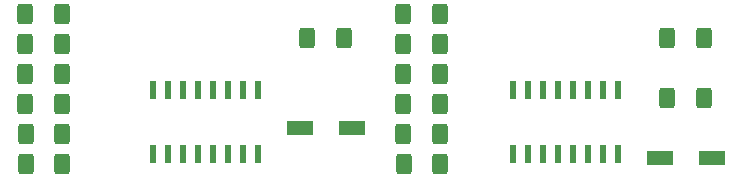
<source format=gbr>
%TF.GenerationSoftware,KiCad,Pcbnew,(6.0.4-0)*%
%TF.CreationDate,2022-07-04T10:05:16-07:00*%
%TF.ProjectId,Joy,4a6f792e-6b69-4636-9164-5f7063625858,rev?*%
%TF.SameCoordinates,Original*%
%TF.FileFunction,Paste,Top*%
%TF.FilePolarity,Positive*%
%FSLAX46Y46*%
G04 Gerber Fmt 4.6, Leading zero omitted, Abs format (unit mm)*
G04 Created by KiCad (PCBNEW (6.0.4-0)) date 2022-07-04 10:05:16*
%MOMM*%
%LPD*%
G01*
G04 APERTURE LIST*
G04 Aperture macros list*
%AMRoundRect*
0 Rectangle with rounded corners*
0 $1 Rounding radius*
0 $2 $3 $4 $5 $6 $7 $8 $9 X,Y pos of 4 corners*
0 Add a 4 corners polygon primitive as box body*
4,1,4,$2,$3,$4,$5,$6,$7,$8,$9,$2,$3,0*
0 Add four circle primitives for the rounded corners*
1,1,$1+$1,$2,$3*
1,1,$1+$1,$4,$5*
1,1,$1+$1,$6,$7*
1,1,$1+$1,$8,$9*
0 Add four rect primitives between the rounded corners*
20,1,$1+$1,$2,$3,$4,$5,0*
20,1,$1+$1,$4,$5,$6,$7,0*
20,1,$1+$1,$6,$7,$8,$9,0*
20,1,$1+$1,$8,$9,$2,$3,0*%
G04 Aperture macros list end*
%ADD10RoundRect,0.250000X0.400000X0.625000X-0.400000X0.625000X-0.400000X-0.625000X0.400000X-0.625000X0*%
%ADD11RoundRect,0.250000X-0.400000X-0.625000X0.400000X-0.625000X0.400000X0.625000X-0.400000X0.625000X0*%
%ADD12R,2.209800X1.168400*%
%ADD13R,0.533400X1.498600*%
G04 APERTURE END LIST*
D10*
%TO.C,R4*%
X93472000Y-58932299D03*
X90372000Y-58932299D03*
%TD*%
D11*
%TO.C,R13*%
X58420000Y-64008000D03*
X61520000Y-64008000D03*
%TD*%
D10*
%TO.C,R9*%
X61494000Y-53848000D03*
X58394000Y-53848000D03*
%TD*%
%TO.C,R11*%
X61494000Y-58928000D03*
X58394000Y-58928000D03*
%TD*%
%TO.C,R15*%
X115850000Y-58420000D03*
X112750000Y-58420000D03*
%TD*%
D11*
%TO.C,R14*%
X82270000Y-53340000D03*
X85370000Y-53340000D03*
%TD*%
D12*
%TO.C,C2*%
X112102900Y-63500000D03*
X116497100Y-63500000D03*
%TD*%
D10*
%TO.C,R3*%
X93472000Y-56392299D03*
X90372000Y-56392299D03*
%TD*%
D13*
%TO.C,IC2*%
X108585000Y-57746900D03*
X107315000Y-57746900D03*
X106045000Y-57746900D03*
X104775000Y-57746900D03*
X103505000Y-57746900D03*
X102235000Y-57746900D03*
X100965000Y-57746900D03*
X99695000Y-57746900D03*
X99695000Y-63157100D03*
X100965000Y-63157100D03*
X102235000Y-63157100D03*
X103505000Y-63157100D03*
X104775000Y-63157100D03*
X106045000Y-63157100D03*
X107315000Y-63157100D03*
X108585000Y-63157100D03*
%TD*%
D10*
%TO.C,R6*%
X93524000Y-64008000D03*
X90424000Y-64008000D03*
%TD*%
%TO.C,R8*%
X61494000Y-51308000D03*
X58394000Y-51308000D03*
%TD*%
D12*
%TO.C,C1*%
X81622900Y-60960000D03*
X86017100Y-60960000D03*
%TD*%
D10*
%TO.C,R5*%
X93472000Y-61472299D03*
X90372000Y-61472299D03*
%TD*%
%TO.C,R10*%
X61494000Y-56388000D03*
X58394000Y-56388000D03*
%TD*%
%TO.C,R2*%
X93472000Y-53852299D03*
X90372000Y-53852299D03*
%TD*%
%TO.C,R12*%
X61520000Y-61468000D03*
X58420000Y-61468000D03*
%TD*%
D11*
%TO.C,R7*%
X112750000Y-53340000D03*
X115850000Y-53340000D03*
%TD*%
D10*
%TO.C,R1*%
X93472000Y-51312299D03*
X90372000Y-51312299D03*
%TD*%
D13*
%TO.C,IC1*%
X78105000Y-57746900D03*
X76835000Y-57746900D03*
X75565000Y-57746900D03*
X74295000Y-57746900D03*
X73025000Y-57746900D03*
X71755000Y-57746900D03*
X70485000Y-57746900D03*
X69215000Y-57746900D03*
X69215000Y-63157100D03*
X70485000Y-63157100D03*
X71755000Y-63157100D03*
X73025000Y-63157100D03*
X74295000Y-63157100D03*
X75565000Y-63157100D03*
X76835000Y-63157100D03*
X78105000Y-63157100D03*
%TD*%
M02*

</source>
